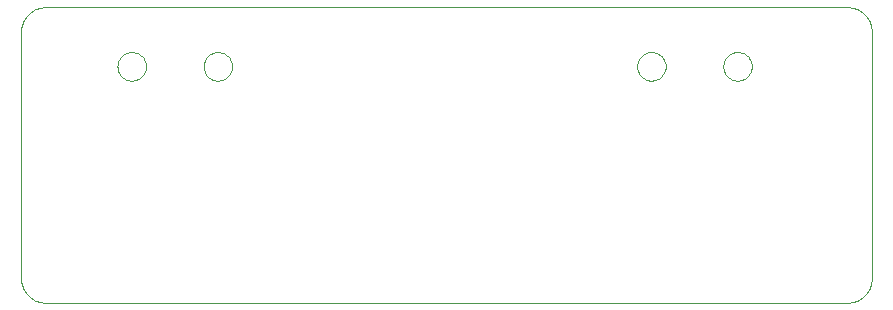
<source format=gko>
G75*
G70*
%OFA0B0*%
%FSLAX24Y24*%
%IPPOS*%
%LPD*%
%AMOC8*
5,1,8,0,0,1.08239X$1,22.5*
%
%ADD10C,0.0000*%
D10*
X021004Y000888D02*
X021004Y009156D01*
X021006Y009210D01*
X021011Y009263D01*
X021020Y009316D01*
X021033Y009368D01*
X021049Y009420D01*
X021069Y009470D01*
X021092Y009518D01*
X021119Y009565D01*
X021148Y009610D01*
X021181Y009653D01*
X021216Y009693D01*
X021254Y009731D01*
X021294Y009766D01*
X021337Y009799D01*
X021382Y009828D01*
X021429Y009855D01*
X021477Y009878D01*
X021527Y009898D01*
X021579Y009914D01*
X021631Y009927D01*
X021684Y009936D01*
X021737Y009941D01*
X021791Y009943D01*
X048563Y009943D01*
X048617Y009941D01*
X048670Y009936D01*
X048723Y009927D01*
X048775Y009914D01*
X048827Y009898D01*
X048877Y009878D01*
X048925Y009855D01*
X048972Y009828D01*
X049017Y009799D01*
X049060Y009766D01*
X049100Y009731D01*
X049138Y009693D01*
X049173Y009653D01*
X049206Y009610D01*
X049235Y009565D01*
X049262Y009518D01*
X049285Y009470D01*
X049305Y009420D01*
X049321Y009368D01*
X049334Y009316D01*
X049343Y009263D01*
X049348Y009210D01*
X049350Y009156D01*
X049351Y009156D02*
X049351Y000888D01*
X049350Y000888D02*
X049348Y000834D01*
X049343Y000781D01*
X049334Y000728D01*
X049321Y000676D01*
X049305Y000624D01*
X049285Y000574D01*
X049262Y000526D01*
X049235Y000479D01*
X049206Y000434D01*
X049173Y000391D01*
X049138Y000351D01*
X049100Y000313D01*
X049060Y000278D01*
X049017Y000245D01*
X048972Y000216D01*
X048925Y000189D01*
X048877Y000166D01*
X048827Y000146D01*
X048775Y000130D01*
X048723Y000117D01*
X048670Y000108D01*
X048617Y000103D01*
X048563Y000101D01*
X021791Y000101D01*
X021737Y000103D01*
X021684Y000108D01*
X021631Y000117D01*
X021579Y000130D01*
X021527Y000146D01*
X021477Y000166D01*
X021429Y000189D01*
X021382Y000216D01*
X021337Y000245D01*
X021294Y000278D01*
X021254Y000313D01*
X021216Y000351D01*
X021181Y000391D01*
X021148Y000434D01*
X021119Y000479D01*
X021092Y000526D01*
X021069Y000574D01*
X021049Y000624D01*
X021033Y000676D01*
X021020Y000728D01*
X021011Y000781D01*
X021006Y000834D01*
X021004Y000888D01*
X024210Y007975D02*
X024212Y008018D01*
X024218Y008061D01*
X024228Y008103D01*
X024241Y008144D01*
X024258Y008184D01*
X024279Y008222D01*
X024303Y008258D01*
X024331Y008291D01*
X024361Y008322D01*
X024394Y008350D01*
X024429Y008375D01*
X024466Y008397D01*
X024506Y008415D01*
X024546Y008429D01*
X024588Y008440D01*
X024631Y008447D01*
X024674Y008450D01*
X024717Y008449D01*
X024760Y008444D01*
X024803Y008435D01*
X024844Y008423D01*
X024884Y008406D01*
X024922Y008386D01*
X024959Y008363D01*
X024993Y008337D01*
X025025Y008307D01*
X025053Y008275D01*
X025079Y008240D01*
X025102Y008203D01*
X025121Y008164D01*
X025136Y008124D01*
X025148Y008082D01*
X025156Y008040D01*
X025160Y007997D01*
X025160Y007953D01*
X025156Y007910D01*
X025148Y007868D01*
X025136Y007826D01*
X025121Y007786D01*
X025102Y007747D01*
X025079Y007710D01*
X025053Y007675D01*
X025025Y007643D01*
X024993Y007613D01*
X024959Y007587D01*
X024923Y007564D01*
X024884Y007544D01*
X024844Y007527D01*
X024803Y007515D01*
X024760Y007506D01*
X024717Y007501D01*
X024674Y007500D01*
X024631Y007503D01*
X024588Y007510D01*
X024546Y007521D01*
X024506Y007535D01*
X024466Y007553D01*
X024429Y007575D01*
X024394Y007600D01*
X024361Y007628D01*
X024331Y007659D01*
X024303Y007692D01*
X024279Y007728D01*
X024258Y007766D01*
X024241Y007806D01*
X024228Y007847D01*
X024218Y007889D01*
X024212Y007932D01*
X024210Y007975D01*
X027084Y007975D02*
X027086Y008018D01*
X027092Y008061D01*
X027102Y008103D01*
X027115Y008144D01*
X027132Y008184D01*
X027153Y008222D01*
X027177Y008258D01*
X027205Y008291D01*
X027235Y008322D01*
X027268Y008350D01*
X027303Y008375D01*
X027340Y008397D01*
X027380Y008415D01*
X027420Y008429D01*
X027462Y008440D01*
X027505Y008447D01*
X027548Y008450D01*
X027591Y008449D01*
X027634Y008444D01*
X027677Y008435D01*
X027718Y008423D01*
X027758Y008406D01*
X027796Y008386D01*
X027833Y008363D01*
X027867Y008337D01*
X027899Y008307D01*
X027927Y008275D01*
X027953Y008240D01*
X027976Y008203D01*
X027995Y008164D01*
X028010Y008124D01*
X028022Y008082D01*
X028030Y008040D01*
X028034Y007997D01*
X028034Y007953D01*
X028030Y007910D01*
X028022Y007868D01*
X028010Y007826D01*
X027995Y007786D01*
X027976Y007747D01*
X027953Y007710D01*
X027927Y007675D01*
X027899Y007643D01*
X027867Y007613D01*
X027833Y007587D01*
X027797Y007564D01*
X027758Y007544D01*
X027718Y007527D01*
X027677Y007515D01*
X027634Y007506D01*
X027591Y007501D01*
X027548Y007500D01*
X027505Y007503D01*
X027462Y007510D01*
X027420Y007521D01*
X027380Y007535D01*
X027340Y007553D01*
X027303Y007575D01*
X027268Y007600D01*
X027235Y007628D01*
X027205Y007659D01*
X027177Y007692D01*
X027153Y007728D01*
X027132Y007766D01*
X027115Y007806D01*
X027102Y007847D01*
X027092Y007889D01*
X027086Y007932D01*
X027084Y007975D01*
X041533Y007975D02*
X041535Y008018D01*
X041541Y008061D01*
X041551Y008103D01*
X041564Y008144D01*
X041581Y008184D01*
X041602Y008222D01*
X041626Y008258D01*
X041654Y008291D01*
X041684Y008322D01*
X041717Y008350D01*
X041752Y008375D01*
X041789Y008397D01*
X041829Y008415D01*
X041869Y008429D01*
X041911Y008440D01*
X041954Y008447D01*
X041997Y008450D01*
X042040Y008449D01*
X042083Y008444D01*
X042126Y008435D01*
X042167Y008423D01*
X042207Y008406D01*
X042245Y008386D01*
X042282Y008363D01*
X042316Y008337D01*
X042348Y008307D01*
X042376Y008275D01*
X042402Y008240D01*
X042425Y008203D01*
X042444Y008164D01*
X042459Y008124D01*
X042471Y008082D01*
X042479Y008040D01*
X042483Y007997D01*
X042483Y007953D01*
X042479Y007910D01*
X042471Y007868D01*
X042459Y007826D01*
X042444Y007786D01*
X042425Y007747D01*
X042402Y007710D01*
X042376Y007675D01*
X042348Y007643D01*
X042316Y007613D01*
X042282Y007587D01*
X042246Y007564D01*
X042207Y007544D01*
X042167Y007527D01*
X042126Y007515D01*
X042083Y007506D01*
X042040Y007501D01*
X041997Y007500D01*
X041954Y007503D01*
X041911Y007510D01*
X041869Y007521D01*
X041829Y007535D01*
X041789Y007553D01*
X041752Y007575D01*
X041717Y007600D01*
X041684Y007628D01*
X041654Y007659D01*
X041626Y007692D01*
X041602Y007728D01*
X041581Y007766D01*
X041564Y007806D01*
X041551Y007847D01*
X041541Y007889D01*
X041535Y007932D01*
X041533Y007975D01*
X044407Y007975D02*
X044409Y008018D01*
X044415Y008061D01*
X044425Y008103D01*
X044438Y008144D01*
X044455Y008184D01*
X044476Y008222D01*
X044500Y008258D01*
X044528Y008291D01*
X044558Y008322D01*
X044591Y008350D01*
X044626Y008375D01*
X044663Y008397D01*
X044703Y008415D01*
X044743Y008429D01*
X044785Y008440D01*
X044828Y008447D01*
X044871Y008450D01*
X044914Y008449D01*
X044957Y008444D01*
X045000Y008435D01*
X045041Y008423D01*
X045081Y008406D01*
X045119Y008386D01*
X045156Y008363D01*
X045190Y008337D01*
X045222Y008307D01*
X045250Y008275D01*
X045276Y008240D01*
X045299Y008203D01*
X045318Y008164D01*
X045333Y008124D01*
X045345Y008082D01*
X045353Y008040D01*
X045357Y007997D01*
X045357Y007953D01*
X045353Y007910D01*
X045345Y007868D01*
X045333Y007826D01*
X045318Y007786D01*
X045299Y007747D01*
X045276Y007710D01*
X045250Y007675D01*
X045222Y007643D01*
X045190Y007613D01*
X045156Y007587D01*
X045120Y007564D01*
X045081Y007544D01*
X045041Y007527D01*
X045000Y007515D01*
X044957Y007506D01*
X044914Y007501D01*
X044871Y007500D01*
X044828Y007503D01*
X044785Y007510D01*
X044743Y007521D01*
X044703Y007535D01*
X044663Y007553D01*
X044626Y007575D01*
X044591Y007600D01*
X044558Y007628D01*
X044528Y007659D01*
X044500Y007692D01*
X044476Y007728D01*
X044455Y007766D01*
X044438Y007806D01*
X044425Y007847D01*
X044415Y007889D01*
X044409Y007932D01*
X044407Y007975D01*
M02*

</source>
